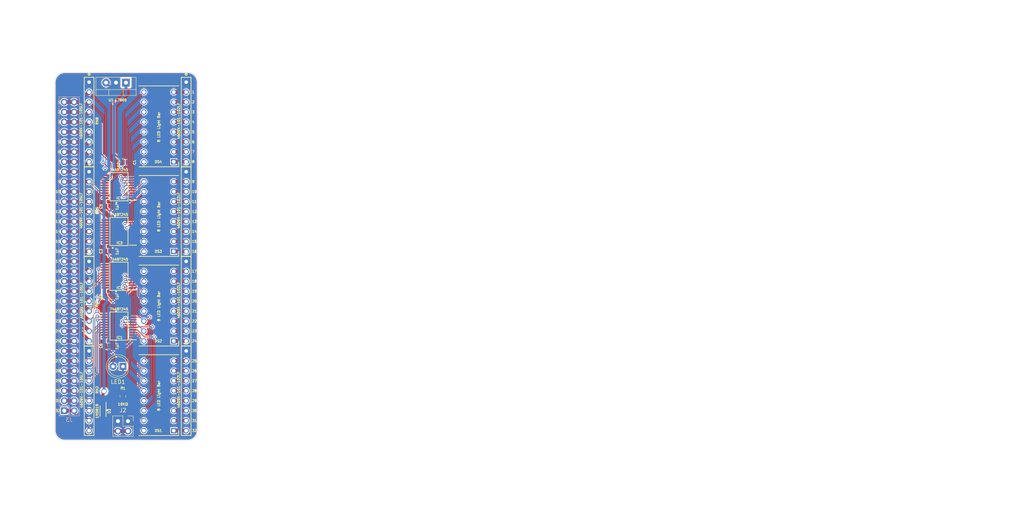
<source format=kicad_pcb>
(kicad_pcb (version 20221018) (generator pcbnew)
  (title_block (title "Signal Tester Left") (date "2024-01-28") (rev "V0"))
  (layers (0 "F.Cu" signal) (31 "B.Cu" signal) (36 "B.SilkS" user "B.Silkscreen") (37 "F.SilkS" user "F.Silkscreen") (38 "B.Mask" user) (39 "F.Mask" user) (44 "Edge.Cuts" user))
  (net 0 "")
  (net 1 "/5V")
  (net 2 "/GND")
  (net 3 "Net-(LED1-K)")
  (net 4 "Net-(DS1-ANODE_A)")
  (net 5 "Net-(DS1-ANODE_B)")
  (net 6 "Net-(DS1-ANODE_C)")
  (net 7 "Net-(DS1-ANODE_D)")
  (net 8 "Net-(DS1-ANODE_E)")
  (net 9 "Net-(DS1-ANODE_F)")
  (net 10 "Net-(DS1-ANODE_G)")
  (net 11 "Net-(DS1-ANODE_H)")
  (net 12 "Net-(DS1-CATHODE_H)")
  (net 13 "Net-(DS1-CATHODE_G)")
  (net 14 "Net-(DS1-CATHODE_F)")
  (net 15 "Net-(DS1-CATHODE_E)")
  (net 16 "Net-(DS1-CATHODE_D)")
  (net 17 "Net-(DS1-CATHODE_C)")
  (net 18 "Net-(DS1-CATHODE_B)")
  (net 19 "Net-(DS1-CATHODE_A)")
  (net 20 "Net-(DS2-ANODE_A)")
  (net 21 "Net-(DS2-ANODE_B)")
  (net 22 "Net-(DS2-ANODE_C)")
  (net 23 "Net-(DS2-ANODE_D)")
  (net 24 "Net-(DS2-ANODE_E)")
  (net 25 "Net-(DS2-ANODE_F)")
  (net 26 "Net-(DS2-ANODE_G)")
  (net 27 "Net-(DS2-ANODE_H)")
  (net 28 "Net-(DS2-CATHODE_H)")
  (net 29 "Net-(DS2-CATHODE_G)")
  (net 30 "Net-(DS2-CATHODE_F)")
  (net 31 "Net-(DS2-CATHODE_E)")
  (net 32 "Net-(DS2-CATHODE_D)")
  (net 33 "Net-(DS2-CATHODE_C)")
  (net 34 "Net-(DS2-CATHODE_B)")
  (net 35 "Net-(DS2-CATHODE_A)")
  (net 36 "Net-(DS3-ANODE_A)")
  (net 37 "Net-(DS3-ANODE_B)")
  (net 38 "Net-(DS3-ANODE_C)")
  (net 39 "Net-(DS3-ANODE_D)")
  (net 40 "Net-(DS3-ANODE_E)")
  (net 41 "Net-(DS3-ANODE_F)")
  (net 42 "Net-(DS3-ANODE_G)")
  (net 43 "Net-(DS3-ANODE_H)")
  (net 44 "Net-(DS3-CATHODE_H)")
  (net 45 "Net-(DS3-CATHODE_G)")
  (net 46 "Net-(DS3-CATHODE_F)")
  (net 47 "Net-(DS3-CATHODE_E)")
  (net 48 "Net-(DS3-CATHODE_D)")
  (net 49 "Net-(DS3-CATHODE_C)")
  (net 50 "Net-(DS3-CATHODE_B)")
  (net 51 "Net-(DS3-CATHODE_A)")
  (net 52 "Net-(DS4-ANODE_A)")
  (net 53 "Net-(DS4-ANODE_B)")
  (net 54 "Net-(DS4-ANODE_C)")
  (net 55 "Net-(DS4-ANODE_D)")
  (net 56 "Net-(DS4-ANODE_E)")
  (net 57 "Net-(DS4-ANODE_F)")
  (net 58 "Net-(DS4-ANODE_G)")
  (net 59 "Net-(DS4-ANODE_H)")
  (net 60 "Net-(DS4-CATHODE_H)")
  (net 61 "Net-(DS4-CATHODE_G)")
  (net 62 "Net-(DS4-CATHODE_F)")
  (net 63 "Net-(DS4-CATHODE_E)")
  (net 64 "Net-(DS4-CATHODE_D)")
  (net 65 "Net-(DS4-CATHODE_C)")
  (net 66 "Net-(DS4-CATHODE_B)")
  (net 67 "Net-(DS4-CATHODE_A)")
  (net 68 "/D0")
  (net 69 "/D1")
  (net 70 "/D2")
  (net 71 "/D3")
  (net 72 "/D4")
  (net 73 "/D5")
  (net 74 "/D6")
  (net 75 "/D7")
  (net 76 "/D8")
  (net 77 "/D9")
  (net 78 "/D10")
  (net 79 "/D11")
  (net 80 "/D12")
  (net 81 "/D13")
  (net 82 "/D14")
  (net 83 "/D15")
  (net 84 "/D16")
  (net 85 "/D17")
  (net 86 "/D18")
  (net 87 "/D19")
  (net 88 "/D20")
  (net 89 "/D21")
  (net 90 "/D22")
  (net 91 "/D23")
  (net 92 "/D24")
  (net 93 "/D25")
  (net 94 "/D26")
  (net 95 "/D27")
  (net 96 "/D28")
  (net 97 "/D29")
  (net 98 "/D30")
  (net 99 "/D31")
  (net 100 "Net-(J2-Pin_3)")
  (net 101 "/12V Forward")
  (footprint "SamacSys_Parts:SOP65P780X200-20N" (layer "F.Cu") (at 44.45 92.71 180)
    (fp_text reference "IC2")
    (fp_text value "SN74ABT245BDBR" hide)
  )
  (footprint "SamacSys_Parts:R_0805" (layer "F.Cu") (at 45.465999 123.317)
    (fp_text reference "R1")
    (fp_text value "10KΩ")
  )
  (footprint "SamacSys_Parts:C_0805" (layer "F.Cu") (at 41.91 74.93 90)
    (fp_text reference "C5")
    (fp_text value "1μF")
  )
  (footprint "SamacSys_Parts:DIP8LEDBAR" (layer "F.Cu") (at 58.42 109.22 180)
    (fp_text reference "DS2")
    (fp_text value "8 LED Light Bar")
  )
  (footprint "SamacSys_Parts:TO-220-3_Vertical" (layer "F.Cu") (at 46.228 43.307 180)
    (fp_text reference "U1")
    (fp_text value "L7805")
  )
  (footprint "SamacSys_Parts:4609X" (layer "F.Cu") (at 36.83 53.34 -90)
    (fp_text reference "RN8")
    (fp_text value "4609X-101-105LF")
  )
  (footprint "SamacSys_Parts:SOP65P780X200-20N" (layer "F.Cu") (at 44.45 105.41 180)
    (fp_text reference "IC1")
    (fp_text value "SN74ABT245BDBR" hide)
  )
  (footprint "SamacSys_Parts:4609X" (layer "F.Cu") (at 61.595 76.2 -90)
    (fp_text reference "RN5" hide)
    (fp_text value "4609X-101-102LF")
  )
  (footprint "SamacSys_Parts:SOD3716X145N" (layer "F.Cu") (at 40.386 127.127001 -90)
    (fp_text reference "D3")
    (fp_text value "1N5819HW-7-F" hide)
  )
  (footprint "SamacSys_Parts:4609X" (layer "F.Cu") (at 61.595 121.92 -90)
    (fp_text reference "RN1" hide)
    (fp_text value "4609X-101-102LF")
  )
  (footprint "SamacSys_Parts:DIP8LEDBAR" (layer "F.Cu") (at 58.42 86.359999 180)
    (fp_text reference "DS3")
    (fp_text value "8 LED Light Bar")
  )
  (footprint "SamacSys_Parts:C_0805" (layer "F.Cu") (at 41.91 110.49 90)
    (fp_text reference "C6")
    (fp_text value "1μF")
  )
  (footprint "Connector_PinSocket_2.54mm:PinSocket_2x02_P2.54mm_Vertical" (layer "F.Cu") (at 46.736 129.667002)
    (fp_text reference "J2")
    (fp_text value "Conn_02x02_Odd_Even")
  )
  (footprint "SamacSys_Parts:SOP65P780X200-20N" (layer "F.Cu") (at 44.449999 81.28 180)
    (fp_text reference "IC3")
    (fp_text value "SN74ABT245BDBR" hide)
  )
  (footprint "SamacSys_Parts:SOP65P780X200-20N" (layer "F.Cu") (at 44.45 69.85 180)
    (fp_text reference "IC4")
    (fp_text value "SN74ABT245BDBR" hide)
  )
  (footprint "SamacSys_Parts:C_0805" (layer "F.Cu") (at 41.91 86.36 90)
    (fp_text reference "C3")
    (fp_text value "1μF")
  )
  (footprint "SamacSys_Parts:DIP8LEDBAR" (layer "F.Cu") (at 58.42 63.499999 180)
    (fp_text reference "DS4")
    (fp_text value "8 LED Light Bar")
  )
  (footprint "SamacSys_Parts:C_0805" (layer "F.Cu") (at 41.91 97.79 90)
    (fp_text reference "C4")
    (fp_text value "1μF")
  )
  (footprint "SamacSys_Parts:DIP8LEDBAR" (layer "F.Cu") (at 58.42 132.08 180)
    (fp_text reference "DS1")
    (fp_text value "8 LED Light Bar")
  )
  (footprint "SamacSys_Parts:4609X" (layer "F.Cu") (at 36.83 99.06 -90)
    (fp_text reference "RN4")
    (fp_text value "4609X-101-105LF")
  )
  (footprint "SamacSys_Parts:4609X" (layer "F.Cu") (at 36.83 121.92 -90)
    (fp_text reference "RN2")
    (fp_text value "4609X-101-105LF")
  )
  (footprint "LED_THT:LED_D5.0mm" (layer "F.Cu") (at 45.470999 115.697001 180)
    (fp_text reference "LED1")
    (fp_text value "LED_Small_Filled")
  )
  (footprint "SamacSys_Parts:4609X" (layer "F.Cu") (at 61.595 99.06 -90)
    (fp_text reference "RN3" hide)
    (fp_text value "4609X-101-102LF")
  )
  (footprint "SamacSys_Parts:4609X" (layer "F.Cu") (at 61.595 53.34 -90)
    (fp_text reference "RN7" hide)
    (fp_text value "4609X-101-102LF")
  )
  (footprint "SamacSys_Parts:4609X" (layer "F.Cu") (at 36.83 76.2 -90)
    (fp_text reference "RN6")
    (fp_text value "4609X-101-105LF")
  )
  (footprint "SamacSys_Parts:C_0805" (layer "F.Cu") (at 46.355 63.627 -90)
    (fp_text reference "C1")
    (fp_text value "10µF")
  )
  (footprint "Connector_PinHeader_2.54mm:PinHeader_2x32_P2.54mm_Vertical" (layer "B.Cu") (at 30.48 127)
    (fp_text reference "J3")
    (fp_text value "Conn_02x32_Odd_Even")
  )
  (gr_arc (start 61.975999 40.639999) (mid 63.772051 41.383948) (end 64.516 43.18) (stroke (width 0.1)) (layer "Edge.Cuts"))
  (gr_arc (start 28.067 43.18) (mid 28.810937 41.383937) (end 30.607 40.64) (stroke (width 0.1)) (layer "Edge.Cuts"))
  (gr_arc (start 30.607 134.62) (mid 28.810978 133.876022) (end 28.067 132.079999) (stroke (width 0.1)) (layer "Edge.Cuts"))
  (gr_arc (start 64.516 132.079999) (mid 63.772051 133.876052) (end 61.975999 134.62) (stroke (width 0.1)) (layer "Edge.Cuts"))
  (gr_line (start 30.607 134.62) (end 61.975999 134.62) (stroke (width 0.1)) (layer "Edge.Cuts"))
  (gr_line (start 64.516 132.079999) (end 64.516 43.18) (stroke (width 0.1)) (layer "Edge.Cuts"))
  (gr_line (start 30.607 40.64) (end 61.975999 40.639999) (stroke (width 0.1)) (layer "Edge.Cuts"))
  (gr_line (start 28.067 132.079999) (end 28.067 43.18) (stroke (width 0.1)) (layer "Edge.Cuts"))
  (gr_text "24" (at 29.591 106.68) (layer "F.SilkS") (effects (font (size 0.635 0.635)) (justify right)))
  (gr_text "17" (at 62.992 91.44) (layer "F.SilkS") (effects (font (size 0.635 0.635)) (justify left)))
  (gr_text "20" (at 29.591 96.52) (layer "F.SilkS") (effects (font (size 0.635 0.635)) (justify right)))
  (gr_text "1" (at 29.591 48.26) (layer "F.SilkS") (effects (font (size 0.635 0.635)) (justify right)))
  (gr_text "8" (at 29.591 66.04) (layer "F.SilkS") (effects (font (size 0.635 0.635)) (justify right)))
  (gr_text "15" (at 62.992 83.82) (layer "F.SilkS") (effects (font (size 0.635 0.635)) (justify left)))
  (gr_text "16" (at 29.591 86.36) (layer "F.SilkS") (effects (font (size 0.635 0.635)) (justify right)))
  (gr_text "3" (at 29.591 53.34) (layer "F.SilkS") (effects (font (size 0.635 0.635)) (justify right)))
  (gr_text "32" (at 29.591 127) (layer "F.SilkS") (effects (font (size 0.635 0.635)) (justify right)))
  (gr_text "21" (at 29.591 99.06) (layer "F.SilkS") (effects (font (size 0.635 0.635)) (justify right)))
  (gr_text "7" (at 62.992 60.96) (layer "F.SilkS") (effects (font (size 0.635 0.635)) (justify left)))
  (gr_text "31" (at 62.992 129.54) (layer "F.SilkS") (effects (font (size 0.635 0.635)) (justify left)))
  (gr_text "24" (at 62.992 109.22) (layer "F.SilkS") (effects (font (size 0.635 0.635)) (justify left)))
  (gr_text "11" (at 29.591 73.66) (layer "F.SilkS") (effects (font (size 0.635 0.635)) (justify right)))
  (gr_text "2" (at 29.591 50.8) (layer "F.SilkS") (effects (font (size 0.635 0.635)) (justify right)))
  (gr_text "26" (at 62.992 116.84) (layer "F.SilkS") (effects (font (size 0.635 0.635)) (justify left)))
  (gr_text "15" (at 29.591 83.82) (layer "F.SilkS") (effects (font (size 0.635 0.635)) (justify right)))
  (gr_text "12" (at 29.591 76.2) (layer "F.SilkS") (effects (font (size 0.635 0.635)) (justify right)))
  (gr_text "23" (at 62.992 106.68) (layer "F.SilkS") (effects (font (size 0.635 0.635)) (justify left)))
  (gr_text "25" (at 62.992 114.3) (layer "F.SilkS") (effects (font (size 0.635 0.635)) (justify left)))
  (gr_text "10" (at 29.591 71.12) (layer "F.SilkS") (effects (font (size 0.635 0.635)) (justify right)))
  (gr_text "16" (at 62.992 86.36) (layer "F.SilkS") (effects (font (size 0.635 0.635)) (justify left)))
  (gr_text "10" (at 62.992 71.12) (layer "F.SilkS") (effects (font (size 0.635 0.635)) (justify left)))
  (gr_text "13" (at 62.992 78.74) (layer "F.SilkS") (effects (font (size 0.635 0.635)) (justify left)))
  (gr_text "9" (at 62.992 68.58) (layer "F.SilkS") (effects (font (size 0.635 0.635)) (justify left)))
  (gr_text "1" (at 62.992 45.72) (layer "F.SilkS") (effects (font (size 0.635 0.635)) (justify left)))
  (gr_text "13" (at 29.591 78.74) (layer "F.SilkS") (effects (font (size 0.635 0.635)) (justify right)))
  (gr_text "21" (at 62.992 101.6) (layer "F.SilkS") (effects (font (size 0.635 0.635)) (justify left)))
  (gr_text "23" (at 29.591 104.14) (layer "F.SilkS") (effects (font (size 0.635 0.635)) (justify right)))
  (gr_text "28" (at 62.992 121.92) (layer "F.SilkS") (effects (font (size 0.635 0.635)) (justify left)))
  (gr_text "2" (at 62.992 48.26) (layer "F.SilkS") (effects (font (size 0.635 0.635)) (justify left)))
  (gr_text "7" (at 29.591 63.5) (layer "F.SilkS") (effects (font (size 0.635 0.635)) (justify right)))
  (gr_text "22" (at 62.992 104.14) (layer "F.SilkS") (effects (font (size 0.635 0.635)) (justify left)))
  (gr_text "9" (at 29.591 68.58) (layer "F.SilkS") (effects (font (size 0.635 0.635)) (justify right)))
  (gr_text "14" (at 29.591 81.28) (layer "F.SilkS") (effects (font (size 0.635 0.635)) (justify right)))
  (gr_text "27" (at 29.591 114.3) (layer "F.SilkS") (effects (font (size 0.635 0.635)) (justify right)))
  (gr_text "4" (at 62.992 53.34) (layer "F.SilkS") (effects (font (size 0.635 0.635)) (justify left)))
  (gr_text "32" (at 62.992 132.08) (layer "F.SilkS") (effects (font (size 0.635 0.635)) (justify left)))
  (gr_text "26" (at 29.591 111.76) (layer "F.SilkS") (effects (font (size 0.635 0.635)) (justify right)))
  (gr_text "14" (at 62.992 81.28) (layer "F.SilkS") (effects (font (size 0.635 0.635)) (justify left)))
  (gr_text "27" (at 62.992 119.38) (layer "F.SilkS") (effects (font (size 0.635 0.635)) (justify left)))
  (gr_text "19" (at 29.591 93.98) (layer "F.SilkS") (effects (font (size 0.635 0.635)) (justify right)))
  (gr_text "30" (at 29.591 121.92) (layer "F.SilkS") (effects (font (size 0.635 0.635)) (justify right)))
  (gr_text "8" (at 62.992 63.5) (layer "F.SilkS") (effects (font (size 0.635 0.635)) (justify left)))
  (gr_text "18" (at 29.591 91.44) (layer "F.SilkS") (effects (font (size 0.635 0.635)) (justify right)))
  (gr_text "12" (at 62.992 76.2) (layer "F.SilkS") (effects (font (size 0.635 0.635)) (justify left)))
  (gr_text "31" (at 29.591 124.46) (layer "F.SilkS") (effects (font (size 0.635 0.635)) (justify right)))
  (gr_text "4" (at 29.591 55.88) (layer "F.SilkS") (effects (font (size 0.635 0.635)) (justify right)))
  (gr_text "5" (at 29.591 58.42) (layer "F.SilkS") (effects (font (size 0.635 0.635)) (justify right)))
  (gr_text "28" (at 29.591 116.84) (layer "F.SilkS") (effects (font (size 0.635 0.635)) (justify right)))
  (gr_text "5" (at 62.992 55.88) (layer "F.SilkS") (effects (font (size 0.635 0.635)) (justify left)))
  (gr_text "29" (at 29.591 119.38) (layer "F.SilkS") (effects (font (size 0.635 0.635)) (justify right)))
  (gr_text "30" (at 62.992 127) (layer "F.SilkS") (effects (font (size 0.635 0.635)) (justify left)))
  (gr_text "17" (at 29.591 88.9) (layer "F.SilkS") (effects (font (size 0.635 0.635)) (justify right)))
  (gr_text "20" (at 62.992 99.06) (layer "F.SilkS") (effects (font (size 0.635 0.635)) (justify left)))
  (gr_text "6" (at 29.591 60.96) (layer "F.SilkS") (effects (font (size 0.635 0.635)) (justify right)))
  (gr_text "6" (at 62.992 58.42) (layer "F.SilkS") (effects (font (size 0.635 0.635)) (justify left)))
  (gr_text "25" (at 29.591 109.22) (layer "F.SilkS") (effects (font (size 0.635 0.635)) (justify right)))
  (gr_text "3" (at 62.992 50.8) (layer "F.SilkS") (effects (font (size 0.635 0.635)) (justify left)))
  (gr_text "18" (at 62.992 93.98) (layer "F.SilkS") (effects (font (size 0.635 0.635)) (justify left)))
  (gr_text "29" (at 62.992 124.46) (layer "F.SilkS") (effects (font (size 0.635 0.635)) (justify left)))
  (gr_text "19" (at 62.992 96.52) (layer "F.SilkS") (effects (font (size 0.635 0.635)) (justify left)))
  (gr_text "22" (at 29.591 101.6) (layer "F.SilkS") (effects (font (size 0.635 0.635)) (justify right)))
  (gr_text "11" (at 62.992 73.66) (layer "F.SilkS") (effects (font (size 0.635 0.635)) (justify left)))
  (segment (start 40.898 72.775) (end 40.898 74.885999) (width 0.38) (layer "F.Cu") (net 1))
  (segment (start 45.421 63.627) (end 44.944994 64.103006) (width 0.38) (layer "F.Cu") (net 1))
  (segment (start 42.341 76.327) (end 42.418 76.327) (width 0.38) (layer "F.Cu") (net 1))
  (segment (start 40.963502 95.635) (end 40.963502 97.539599) (width 0.38) (layer "F.Cu") (net 1))
  (segment (start 44.702 87.503) (end 42.04 87.503) (width 0.38) (layer "F.Cu") (net 1))
  (segment (start 44.944994 64.103006) (end 44.944994 64.642996) (width 0.38) (layer "F.Cu") (net 1))
  (segment (start 40.898 84.204999) (end 40.898 86.361) (width 0.38) (layer "F.Cu") (net 1))
  (segment (start 42.610903 99.187) (end 42.926 99.187) (width 0.38) (layer "F.Cu") (net 1))
  (segment (start 48 72.774999) (end 44.447999 76.327) (width 0.38) (layer "F.Cu") (net 1))
  (segment (start 45.421 63.627) (end 43.18 61.386) (width 0.38) (layer "F.Cu") (net 1))
  (segment (start 42.595 112.141) (end 42.925998 112.141) (width 0.38) (layer "F.Cu") (net 1))
  (segment (start 44.447999 99.187) (end 42.926 99.187) (width 0.38) (layer "F.Cu") (net 1))
  (segment (start 40.898 86.361) (end 42.04 87.503) (width 0.38) (layer "F.Cu") (net 1))
  (segment (start 44.799 112.141) (end 42.925998 112.141) (width 0.38) (layer "F.Cu") (net 1))
  (segment (start 48 84.205) (end 44.702 87.503) (width 0.38) (layer "F.Cu") (net 1))
  (segment (start 40.9 110.446) (end 40.899999 108.334999) (width 0.38) (layer "F.Cu") (net 1))
  (segment (start 44.447999 76.327) (end 42.418 76.327) (width 0.38) (layer "F.Cu") (net 1))
  (segment (start 48 108.94) (end 44.799 112.141) (width 0.38) (layer "F.Cu") (net 1))
  (segment (start 48 108.335) (end 48 108.94) (width 0.38) (layer "F.Cu") (net 1))
  (segment (start 40.963502 97.539599) (end 42.610903 99.187) (width 0.38) (layer "F.Cu") (net 1))
  (segment (start 43.18 45.339) (end 41.148 43.307) (width 0.38) (layer "F.Cu") (net 1))
  (segment (start 40.944 110.49) (end 42.595 112.141) (width 0.38) (layer "F.Cu") (net 1))
  (segment (start 43.18 61.386) (end 43.18 45.339) (width 0.38) (layer "F.Cu") (net 1))
  (segment (start 40.944 74.93) (end 42.341 76.327) (width 0.38) (layer "F.Cu") (net 1))
  (segment (start 48 95.634999) (end 44.447999 99.187) (width 0.38) (layer "F.Cu") (net 1))
  (via (at 42.925998 112.141) (size 0.8) (drill 0.4) (layers "F.Cu" "B.Cu") (net 1))
  (via (at 42.418 76.327) (size 0.8) (drill 0.4) (layers "F.Cu" "B.Cu") (net 1))
  (via (at 42.04 87.503) (size 0.8) (drill 0.4) (layers "F.Cu" "B.Cu") (net 1))
  (via (at 44.944994 64.642996) (size 0.8) (drill 0.4) (layers "F.Cu" "B.Cu") (net 1))
  (via (at 42.926 99.187) (size 0.8) (drill 0.4) (layers "F.Cu" "B.Cu") (net 1))
  (segment (start 42.930999 115.697001) (end 42.930999 112.146001) (width 0.38) (layer "B.Cu") (net 1))
  (segment (start 42.926 112.140998) (end 42.925998 112.141) (width 0.38) (layer "B.Cu") (net 1))
  (segment (start 44.944994 65.926006) (end 44.944994 64.642996) (width 0.38) (layer "B.Cu") (net 1))
  (segment (start 41.91 76.835) (end 41.91 87.373) (width 0.38) (layer "B.Cu") (net 1))
  (segment (start 42.418 76.327) (end 42.418 68.453) (width 0.38) (layer "B.Cu") (net 1))
  (segment (start 42.926 99.187) (end 42.926 98.044) (width 0.38) (layer "B.Cu") (net 1))
  (segment (start 42.04 97.158) (end 42.04 87.503) (width 0.38) (layer "B.Cu") (net 1))
  (segment (start 42.418 76.327) (end 41.91 76.835) (width 0.38) (layer "B.Cu") (net 1))
  (segment (start 41.91 87.373) (end 42.04 87.503) (width 0.38) (layer "B.Cu") (net 1))
  (segment (start 42.926 99.187) (end 42.926 112.140998) (width 0.38) (layer "B.Cu") (net 1))
  (segment (start 42.926 98.044) (end 42.04 97.158) (width 0.38) (layer "B.Cu") (net 1))
  (segment (start 42.930999 112.146001) (end 42.925998 112.141) (width 0.38) (layer "B.Cu") (net 1))
  (segment (start 42.418 68.453) (end 44.944994 65.926006) (width 0.38) (layer "B.Cu") (net 1))
  (segment (start 48 66.925) (end 47.496 66.421) (width 0.38) (layer "F.Cu") (net 2))
  (segment (start 42.843999 95.724922) (end 43.716 96.596923) (width 0.38) (layer "F.Cu") (net 2))
  (segment (start 42.844 108.221) (end 43.716 109.093) (width 0.38) (layer "F.Cu") (net 2))
  (segment (start 42.844 107.696) (end 42.843999 103.205999) (width 0.38) (layer "F.Cu") (net 2))
  (segment (start 42.844 107.696) (end 42.844 108.221) (width 0.38) (layer "F.Cu") (net 2))
  (segment (start 41.402 126.873006) (end 42.418 125.857006) (width 0.38) (layer "F.Cu") (net 2))
  (segment (start 42.418 118.379001) (end 41.640999 117.602) (width 0.38) (layer "F.Cu") (net 2))
  (segment (start 42.833 72.125) (end 42.843999 72.136) (width 0.38) (layer "F.Cu") (net 2))
  (segment (start 40.9 72.125) (end 42.833 72.125) (width 0.38) (layer "F.Cu") (net 2))
  (segment (start 42.844 90.887) (end 43.946 89.785) (width 0.38) (layer "F.Cu") (net 2))
  (segment (start 43.946 89.785) (end 48 89.785) (width 0.38) (layer "F.Cu") (net 2))
  (segment (start 40.9 107.685) (end 42.833 107.685) (width 0.38) (layer "F.Cu") (net 2))
  (segment (start 43.434 77.716) (end 43.434 77.343) (width 0.38) (layer "F.Cu") (net 2))
  (segment (start 44.073 78.355) (end 48 78.355) (width 0.38) (layer "F.Cu") (net 2))
  (segment (start 40.9 94.985) (end 42.833 94.985) (width 0.38) (layer "F.Cu") (net 2))
  (segment (start 44.686178 66.421) (end 44.58575 66.521428) (width 0.38) (layer "F.Cu") (net 2))
  (segment (start 47.496 66.421) (end 44.686178 66.421) (width 0.38) (layer "F.Cu") (net 2))
  (segment (start 42.844 79.584) (end 44.073 78.355) (width 0.38) (layer "F.Cu") (net 2))
  (segment (start 45.455999 124.2295) (end 46.736 125.509501) (width 0.38) (layer "F.Cu") (net 2))
  (segment (start 44.108805 66.984199) (end 44.108805 66.998373) (width 0.38) (layer "F.Cu") (net 2))
  (segment (start 43.519664 113.284) (end 43.720999 113.284) (width 0.38) (layer "F.Cu") (net 2))
  (segment (start 42.843999 85.471) (end 42.844 83.566) (width 0.38) (layer "F.Cu") (net 2))
  (segment (start 43.564999 102.484999) (end 48 102.485) (width 0.38) (layer "F.Cu") (net 2))
  (segment (start 42.844 97.468923) (end 43.716 96.596923) (width 0.38) (layer "F.Cu") (net 2))
  (segment (start 41.640999 115.162665) (end 43.519664 113.284) (width 0.38) (layer "F.Cu") (net 2))
  (segment (start 42.844 86.359999) (end 42.843999 85.471) (width 0.38) (layer "F.Cu") (net 2))
  (segment (start 44.571576 66.521428) (end 44.108805 66.984199) (width 0.38) (layer "F.Cu") (net 2))
  (segment (start 42.833 94.985) (end 42.843999 94.996) (width 0.38) (layer "F.Cu") (net 2))
  (segment (start 42.843999 94.996) (end 42.843999 95.724922) (width 0.38) (layer "F.Cu") (net 2))
  (segment (start 43.061 88.9) (end 42.843999 88.9) (width 0.38) (layer "F.Cu") (net 2))
  (segment (start 42.843999 94.996) (end 42.844 90.887) (width 0.38) (layer "F.Cu") (net 2))
  (segment (start 42.844 110.49) (end 45.389 110.49) (width 0.38) (layer "F.Cu") (net 2))
  (segment (start 44.108805 66.998373) (end 42.844 68.263178) (width 0.38) (layer "F.Cu") (net 2))
  (segment (start 40.899999 83.554999) (end 42.833 83.555) (width 0.38) (layer "F.Cu") (net 2))
  (segment (start 42.843999 72.942998) (end 43.815 73.913999) (width 0.38) (layer "F.Cu") (net 2))
  (segment (start 42.844 83.566) (end 42.844 79.584) (width 0.38) (layer "F.Cu") (net 2))
  (segment (start 42.843999 103.205999) (end 43.564999 102.484999) (width 0.38) (layer "F.Cu") (net 2))
  (segment (start 42.833 107.685) (end 42.844 107.696) (width 0.38) (layer "F.Cu") (net 2))
  (segment (start 43.946 89.785) (end 43.061 88.9) (width 0.38) (layer "F.Cu") (net 2))
  (segment (start 42.843999 72.136) (end 42.843999 72.942998) (width 0.38) (layer "F.Cu") (net 2))
  (segment (start 46.736 125.509501) (end 46.736 129.667002) (width 0.38) (layer "F.Cu") (net 2))
  (segment (start 42.418 125.857006) (end 42.418 118.379001) (width 0.38) (layer "F.Cu") (net 2))
  (segment (start 43.564999 102.484999) (end 43.564999 101.787299) (width 0.38) (layer "F.Cu") (net 2))
  (segment (start 42.844 68.263178) (end 42.843999 72.136) (width 0.38) (layer "F.Cu") (net 2))
  (segment (start 44.58575 66.521428) (end 44.571576 66.521428) (width 0.38) (layer "F.Cu") (net 2))
  (segment (start 41.640999 117.602) (end 41.640999 115.162665) (width 0.38) (layer "F.Cu") (net 2))
  (segment (start 44.073 78.355) (end 43.434 77.716) (width 0.38) (layer "F.Cu") (net 2))
  (segment (start 42.844 74.884999) (end 43.815 73.913999) (width 0.38) (layer "F.Cu") (net 2))
  (segment (start 42.833 83.555) (end 42.844 83.566) (width 0.38) (layer "F.Cu") (net 2))
  (segment (start 46.736 129.667002) (end 44.196001 129.667001) (width 1) (layer "F.Cu") (net 2))
  (segment (start 43.564999 101.787299) (end 43.716 101.636298) (width 0.38) (layer "F.Cu") (net 2))
  (segment (start 42.844 109.965) (end 43.716 109.093) (width 0.38) (layer "F.Cu") (net 2))
  (via (at 42.843999 85.471) (size 0.8) (drill 0.4) (layers "F.Cu" "B.Cu") (net 2))
  (via (at 42.843999 88.9) (size 0.8) (drill 0.4) (layers "F.Cu" "B.Cu") (net 2))
  (via (at 43.815 73.913999) (size 0.8) (drill 0.4) (layers "F.Cu" "B.Cu") (net 2))
  (via (at 43.720999 113.284) (size 0.8) (drill 0.4) (layers "F.Cu" "B.Cu") (net 2))
  (via (at 43.716 96.596923) (size 0.8) (drill 0.4) (layers "F.Cu" "B.Cu") (net 2))
  (via (at 43.716 101.636298) (size 0.8) (drill 0.4) (layers "F.Cu" "B.Cu") (net 2))
  (via (at 41.402 126.873006) (size 0.8) (drill 0.4) (layers "F.Cu" "B.Cu") (net 2))
  (via (at 43.716 109.093) (size 0.8) (drill 0.4) (layers "F.Cu" "B.Cu") (net 2))
  (via (at 43.434 77.343) (size 0.8) (drill 0.4) (layers "F.Cu" "B.Cu") (net 2))
  (segment (start 43.716 109.093) (end 43.97 109.347) (width 0.38) (layer "B.Cu") (net 2))
  (segment (start 42.843999 85.471) (end 42.843999 88.9) (width 0.38) (layer "B.Cu") (net 2))
  (segment (start 36.83 88.9) (end 34.671 91.059) (width 0.38) (layer "B.Cu") (net 2))
  (segment (start 35.34 87.41) (end 36.83 88.9) (width 0.38) (layer "B.Cu") (net 2))
  (segment (start 34.671 91.059) (end 34.671 109.601) (width 0.38) (layer "B.Cu") (net 2))
  (segment (start 36.83 66.040001) (end 35.34 67.530001) (width 0.38) (layer "B.Cu") (net 2))
  (segment (start 35.74 122.371493) (end 36.685507 123.316999) (width 0.38) (layer "B.Cu") (net 2))
  (segment (start 37.845994 123.317) (end 41.402 126.873006) (width 0.38) (layer "B.Cu") (net 2))
  (segment (start 42.843999 77.933001) (end 43.434 77.343) (width 0.38) (layer "B.Cu") (net 2))
  (segment (start 35.34 67.530001) (end 35.34 87.41) (width 0.38) (layer "B.Cu") (net 2))
  (segment (start 34.671 109.601) (end 36.83 111.76) (width 0.38) (layer "B.Cu") (net 2))
  (segment (start 43.434 77.343) (end 43.434 74.294999) (width 0.38) (layer "B.Cu") (net 2))
  (segment (start 43.434 74.294999) (end 43.815 73.913999) (width 0.38) (layer "B.Cu") (net 2))
  (segment (start 42.843999 85.471) (end 42.843999 77.933001) (width 0.38) (layer "B.Cu") (net 2))
  (segment (start 36.83 111.76) (end 35.739999 112.85) (width 0.38) (layer "B.Cu") (net 2))
  (segment (start 35.739999 112.85) (end 35.74 122.371493) (width 0.38) (layer "B.Cu") (net 2))
  (segment (start 43.716 96.596923) (end 43.716 101.636298) (width 0.38) (layer "B.Cu") (net 2))
  (segment (start 43.97 113.034999) (end 43.720999 113.284) (width 0.38) (layer "B.Cu") (net 2))
  (segment (start 43.97 109.347) (end 43.97 113.034999) (width 0.38) (layer "B.Cu") (net 2))
  (segment (start 36.685507 123.316999) (end 37.845994 123.317) (width 0.38) (layer "B.Cu") (net 2))
  (segment (start 45.470999 122.3895) (end 45.470999 115.697001) (width 0.38) (layer "F.Cu") (net 3))
  (segment (start 61.595 132.08) (end 58.42 132.08) (width 1) (layer "F.Cu") (net 4))
  (segment (start 61.595 129.539999) (end 58.42 129.539999) (width 1) (layer "F.Cu") (net 5))
  (segment (start 58.42 127) (end 61.595 127) (width 1) (layer "F.Cu") (net 6))
  (segment (start 61.595 124.46) (end 58.42 124.46) (width 1) (layer "F.Cu") (net 7))
  (segment (start 58.42 121.92) (end 61.595 121.92) (width 1) (layer "F.Cu") (net 8))
  (segment (start 61.595 119.379999) (end 58.42 119.379999) (width 1) (layer "F.Cu") (net 9))
  (segment (start 58.42 116.84) (end 61.595 116.84) (width 1) (layer "F.Cu") (net 10))
  (segment (start 58.42 114.3) (end 61.595 114.3) (width 1) (layer "F.Cu") (net 11))
  (segment (start 48 103.135) (end 52.2876 103.135) (width 0.2) (layer "F.Cu") (net 12))
  (segment (start 52.2876 103.135) (end 52.2986 103.124) (width 0.2) (layer "F.Cu") (net 12))
  (via (at 52.2986 103.124) (size 0.8) (drill 0.4) (layers "F.Cu" "B.Cu") (net 12))
  (segment (start 52.2986 103.124) (end 52.2986 112.8014) (width 0.2) (layer "B.Cu") (net 12))
  (segment (start 52.2986 112.8014) (end 50.8 114.299999) (width 0.2) (layer "B.Cu") (net 12))
  (segment (start 46.4572 103.785) (end 46.101 103.4288) (width 0.2) (layer "F.Cu") (net 13))
  (segment (start 47.999999 103.785) (end 46.4572 103.785) (width 0.2) (layer "F.Cu") (net 13))
  (via (at 46.101 103.4288) (size 0.8) (drill 0.4) (layers "F.Cu" "B.Cu") (net 13))
  (segment (start 46.101 103.4288) (end 47.536 104.8638) (width 0.2) (layer "B.Cu") (net 13))
  (segment (start 47.536 104.8638) (end 47.536 113.576) (width 0.2) (layer "B.Cu") (net 13))
  (segment (start 47.536 113.576) (end 50.8 116.84) (width 0.2) (layer "B.Cu") (net 13))
  (segment (start 48 104.435) (end 45.684799 104.435) (width 0.2) (layer "F.Cu") (net 14))
  (segment (start 45.684799 104.435) (end 45.389799 104.14) (width 0.2) (layer "F.Cu") (net 14))
  (via (at 45.389799 104.14) (size 0.8) (drill 0.4) (layers "F.Cu" "B.Cu") (net 14))
  (segment (start 47.136 105.886201) (end 45.389799 104.14) (width 0.2) (layer "B.Cu") (net 14))
  (segment (start 47.136 115.716) (end 47.136 105.886201) (width 0.2) (layer "B.Cu") (net 14))
  (segment (start 50.8 119.38) (end 47.136 115.716) (width 0.2) (layer "B.Cu") (net 14))
  (segment (start 45.3592 105.085) (end 45.2882 105.156) (width 0.2) (layer "F.Cu") (net 15))
  (segment (start 48 105.084999) (end 45.3592 105.085) (width 0.2) (layer "F.Cu") (net 15))
  (via (at 45.2882 105.156) (size 0.8) (drill 0.4) (layers "F.Cu" "B.Cu") (net 15))
  (segment (start 50.8 121.92) (end 46.736 117.856) (width 0.2) (layer "B.Cu") (net 15))
  (segment (start 46.736 106.6038) (end 45.2882 105.156) (width 0.2) (layer "B.Cu") (net 15))
  (segment (start 46.736 117.856) (end 46.736 106.6038) (width 0.2) (layer "B.Cu") (net 15))
  (segment (start 48 105.735) (end 49.099999 105.734999) (width 0.2) (layer "F.Cu") (net 16))
  (segment (start 49.099999 105.734999) (end 49.230704 105.604294) (width 0.2) (layer "F.Cu") (net 16))
  (segment (start 49.230704 105.604294) (end 52.9986 105.604294) (width 0.2) (layer "F.Cu") (net 16))
  (via (at 52.9986 105.604294) (size 0.8) (drill 0.4) (layers "F.Cu" "B.Cu") (net 16))
  (segment (start 52.6986 105.904294) (end 52.9986 105.604294) (width 0.2) (layer "B.Cu") (net 16))
  (segment (start 50.799999 124.459999) (end 52.698599 122.561399) (width 0.2) (layer "B.Cu") (net 16))
  (segment (start 52.698599 122.561399) (end 52.6986 105.904294) (width 0.2) (layer "B.Cu") (net 16))
  (segment (start 50.935035 108.193893) (end 53.3986 108.193894) (width 0.2) (layer "F.Cu") (net 17))
  (segment (start 49.12614 106.384999) (end 50.935035 108.193893) (width 0.2) (layer "F.Cu") (net 17))
  (segment (start 48 106.384998) (end 49.12614 106.384999) (width 0.2) (layer "F.Cu") (net 17))
  (via (at 53.3986 108.193894) (size 0.8) (drill 0.4) (layers "F.Cu" "B.Cu") (net 17))
  (segment (start 53.3986 124.401399) (end 53.3986 108.193894) (width 0.2) (layer "B.Cu") (net 17))
  (segment (start 50.8 126.999999) (end 53.3986 124.401399) (width 0.2) (layer "B.Cu") (net 17))
  (segment (start 49.824999 128.565) (end 49.825 107.76) (width 0.2) (layer "F.Cu") (net 18))
  (segment (start 49.825 107.76) (end 49.1 107.035) (width 0.2) (layer "F.Cu") (net 18))
  (segment (start 49.1 107.035) (end 48 107.035) (width 0.2) (layer "F.Cu") (net 18))
  (segment (start 50.8 129.54) (end 49.824999 128.565) (width 0.2) (layer "F.Cu") (net 18))
  (segment (start 49.425 108.01) (end 49.425 130.705) (width 0.2) (layer "F.Cu") (net 19))
  (segment (start 49.099999 107.685) (end 49.425 108.01) (width 0.2) (layer "F.Cu") (net 19))
  (segment (start 48 107.685) (end 49.099999 107.685) (width 0.2) (layer "F.Cu") (net 19))
  (segment (start 49.425 130.705) (end 50.8 132.08) (width 0.2) (layer "F.Cu") (net 19))
  (segment (start 61.595 109.22) (end 58.42 109.22) (width 1) (layer "F.Cu") (net 20))
  (segment (start 58.42 106.679999) (end 61.595 106.679999) (width 1) (layer "F.Cu") (net 21))
  (segment (start 61.595 104.14) (end 58.42 104.14) (width 1) (layer "F.Cu") (net 22))
  (segment (start 61.595 101.6) (end 58.42 101.6) (width 1) (layer "F.Cu") (net 23))
  (segment (start 58.42 99.06) (end 61.595 99.06) (width 1) (layer "F.Cu") (net 24))
  (segment (start 61.595 96.519999) (end 58.42 96.519999) (width 1) (layer "F.Cu") (net 25))
  (segment (start 58.42 93.98) (end 61.595 93.98) (width 1) (layer "F.Cu") (net 26))
  (segment (start 61.595 91.44) (end 58.42 91.44) (width 1) (layer "F.Cu") (net 27))
  (segment (start 49.795 90.435) (end 50.8 91.439999) (width 0.2) (layer "F.Cu") (net 28))
  (segment (start 48 90.435) (end 49.795 90.435) (width 0.2) (layer "F.Cu") (net 28))
  (segment (start 48 91.084999) (end 49.015685 91.085) (width 0.2) (layer "F.Cu") (net 29))
  (segment (start 49.015685 91.085) (end 50.8 92.869315) (width 0.2) (layer "F.Cu") (net 29))
  (segment (start 50.8 92.869315) (end 50.799999 93.98) (width 0.2) (layer "F.Cu") (net 29))
  (segment (start 49.824999 95.545) (end 50.8 96.52) (width 0.2) (layer "F.Cu") (net 30))
  (segment (start 49.1 91.734999) (end 49.824999 92.459999) (width 0.2) (layer "F.Cu") (net 30))
  (segment (start 49.824999 92.459999) (end 49.824999 95.545) (width 0.2) (layer "F.Cu") (net 30))
  (segment (start 48 91.735) (end 49.1 91.734999) (width 0.2) (layer "F.Cu") (net 30))
  (segment (start 49.1 92.385) (end 49.425 92.71) (width 0.2) (layer "F.Cu") (net 31))
  (segment (start 47.999999 92.384999) (end 49.1 92.385) (width 0.2) (layer "F.Cu") (net 31))
  (segment (start 49.425 97.684999) (end 50.8 99.06) (width 0.2) (layer "F.Cu") (net 31))
  (segment (start 49.425 92.71) (end 49.425 97.684999) (width 0.2) (layer "F.Cu") (net 31))
  (segment (start 48 93.035) (end 46.9 93.035) (width 0.2) (layer "F.Cu") (net 32))
  (segment (start 46.321 92.455999) (end 45.974 92.455999) (width 0.2) (layer "F.Cu") (net 32))
  (segment (start 46.9 93.035) (end 46.321 92.455999) (width 0.2) (layer "F.Cu") (net 32))
  (via (at 45.974 92.455999) (size 0.8) (drill 0.4) (layers "F.Cu" "B.Cu") (net 32))
  (segment (start 49.276 95.758) (end 49.276 100.076) (width 0.2) (layer "B.Cu") (net 32))
  (segment (start 45.974 92.455999) (end 49.276 95.758) (width 0.2) (layer "B.Cu") (net 32))
  (segment (start 49.276 100.076) (end 50.799999 101.599999) (width 0.2) (layer "B.Cu") (net 32))
  (segment (start 48 93.685) (end 46.21305 93.685) (width 0.2) (layer "F.Cu") (net 33))
  (segment (start 46.21305 93.685) (end 46.050524 93.522475) (width 0.2) (layer "F.Cu") (net 33))
  (via (at 46.050524 93.522475) (size 0.8) (drill 0.4) (layers "F.Cu" "B.Cu") (net 33))
  (segment (start 48.876 96.34795) (end 46.050524 93.522475) (width 0.2) (layer "B.Cu") (net 33))
  (segment (start 50.8 104.139999) (end 48.876 102.215999) (width 0.2) (layer "B.Cu") (net 33))
  (segment (start 48.876 102.215999) (end 48.876 96.34795) (width 0.2) (layer "B.Cu") (net 33))
  (segment (start 48 94.334999) (end 45.872999 94.335) (width 0.2) (layer "F.Cu") (net 34))
  (segment (start 45.872999 94.335) (end 45.72 94.487999) (width 0.2) (layer "F.Cu") (net 34))
  (via (at 45.72 94.487999) (size 0.8) (drill 0.4) (layers "F.Cu" "B.Cu") (net 34))
  (segment (start 50.8 106.68) (end 48.475999 104.356) (width 0.2) (layer "B.Cu") (net 34))
  (segment (start 48.475999 104.356) (end 48.476 97.244) (width 0.2) (layer "B.Cu") (net 34))
  (segment (start 48.476 97.244) (end 45.72 94.487999) (width 0.2) (layer "B.Cu") (net 34))
  (segment (start 46.9 94.984999) (end 46.416974 95.468025) (width 0.2) (layer "F.Cu") (net 35))
  (segment (start 46.416974 95.468025) (end 45.521112 95.468025) (width 0.2) (layer "F.Cu") (net 35))
  (segment (start 48 94.985) (end 46.9 94.984999) (width 0.2) (layer "F.Cu") (net 35))
  (via (at 45.521112 95.468025) (size 0.8) (drill 0.4) (layers "F.Cu" "B.Cu") (net 35))
  (segment (start 48.006 97.952913) (end 45.521112 95.468025) (width 0.2) (layer "B.Cu") (net 35))
  (segment (start 48.006 106.426) (end 48.006 97.952913) (width 0.2) (layer "B.Cu") (net 35))
  (segment (start 50.8 109.22) (end 48.006 106.426) (width 0.2) (layer "B.Cu") (net 35))
  (segment (start 58.42 86.359999) (end 61.595 86.36) (width 1) (layer "F.Cu") (net 36))
  (segment (start 61.595 83.82) (end 58.42 83.82) (width 1) (layer "F.Cu") (net 37))
  (segment (start 58.42 81.28) (end 61.595 81.28) (width 1) (layer "F.Cu") (net 38))
  (segment (start 61.595 78.74) (end 58.42 78.74) (width 1) (layer "F.Cu") (net 39))
  (segment (start 58.42 76.2) (end 61.595 76.2) (width 1) (layer "F.Cu") (net 40))
  (segment (start 61.595 73.659999) (end 58.42 73.659999) (width 1) (layer "F.Cu") (net 41))
  (segment (start 58.42 71.12) (end 61.595 71.12) (width 1) (layer "F.Cu") (net 42))
  (segment (start 61.595 68.58) (end 58.42 68.58) (width 1) (layer "F.Cu") (net 43))
  (segment (start 47.999999 79.005) (end 46.217 79.005) (width 0.2) (layer "F.Cu") (net 44))
  (segment (start 46.217 79.005) (end 45.974 79.248) (width 0.2) (layer "F.Cu") (net 44))
  (via (at 45.974 79.248) (size 0.8) (drill 0.4) (layers "F.Cu" "B.Cu") (net 44))
  (segment (start 47.497999 77.723999) (end 45.974 79.248) (width 0.2) (layer "B.Cu") (net 44))
  (segment (start 50.8 68.579999) (end 47.497999 71.882) (width 0.2) (layer "B.Cu") (net 44))
  (segment (start 47.497999 71.882) (end 47.497999 77.723999) (width 0.2) (layer "B.Cu") (net 44))
  (segment (start 48 79.655) (end 47.081441 79.655) (width 0.2) (layer "F.Cu") (net 45))
  (segment (start 47.081441 79.655) (end 46.403774 80.332668) (width 0.2) (layer "F.Cu") (net 45))
  (via (at 46.403774 80.332668) (size 0.8) (drill 0.4) (layers "F.Cu" "B.Cu") (net 45))
  (segment (start 47.898 78.838441) (end 46.403774 80.332668) (width 0.2) (layer "B.Cu") (net 45))
  (segment (start 47.898 74.021999) (end 47.898 78.838441) (width 0.2) (layer "B.Cu") (net 45))
  (segment (start 50.799999 71.12) (end 47.898 74.021999) (width 0.2) (layer "B.Cu") (net 45))
  (segment (start 48 80.304999) (end 49.1 80.305) (width 0.2) (layer "F.Cu") (net 46))
  (segment (start 49.425 79.98) (end 49.425 75.035) (width 0.2) (layer "F.Cu") (net 46))
  (segment (start 49.1 80.305) (end 49.425 79.98) (width 0.2) (layer "F.Cu") (net 46))
  (segment (start 49.425 75.035) (end 50.8 73.66) (width 0.2) (layer "F.Cu") (net 46))
  (segment (start 48 80.955) (end 49.099999 80.954999) (width 0.2) (layer "F.Cu") (net 47))
  (segment (start 49.824999 80.229999) (end 49.825 77.175) (width 0.2) (layer "F.Cu") (net 47))
  (segment (start 49.099999 80.954999) (end 49.824999 80.229999) (width 0.2) (layer "F.Cu") (net 47))
  (segment (start 49.825 77.175) (end 50.8 76.2) (width 0.2) (layer "F.Cu") (net 47))
  (segment (start 48 81.605) (end 49.015685 81.605) (width 0.2) (layer "F.Cu") (net 48))
  (segment (start 50.8 79.820685) (end 50.799999 78.739999) (width 0.2) (layer "F.Cu") (net 48))
  (segment (start 49.015685 81.605) (end 50.8 79.820685) (width 0.2) (layer "F.Cu") (net 48))
  (segment (start 49.824999 82.255) (end 50.8 81.279999) (width 0.2) (layer "F.Cu") (net 49))
  (segment (start 47.999999 82.255) (end 49.824999 82.255) (width 0.2) (layer "F.Cu") (net 49))
  (segment (start 48 82.905) (end 49.884999 82.904999) (width 0.2) (layer "F.Cu") (net 50))
  (segment (start 49.884999 82.904999) (end 50.8 83.82) (width 0.2) (layer "F.Cu") (net 50))
  (segment (start 50.8 86.36) (end 50.8 85.255) (width 0.2) (layer "F.Cu") (net 51))
  (segment (start 50.8 85.255) (end 49.1 83.555) (width 0.2) (layer "F.Cu") (net 51))
  (segment (start 49.1 83.555) (end 48 83.554999) (width 0.2) (layer "F.Cu") (net 51))
  (segment (start 58.42 63.499999) (end 61.595 63.5) (width 1) (layer "F.Cu") (net 52))
  (segment (start 61.595 60.96) (end 58.42 60.96) (width 1) (layer "F.Cu") (net 53))
  (segment (start 58.42 58.42) (end 61.595 58.42) (width 1) (layer "F.Cu") (net 54))
  (segment (start 61.595 55.879999) (end 58.42 55.88) (width 1) (layer "F.Cu") (net 55))
  (segment (start 58.42 53.34) (end 61.595 53.34) (width 1) (layer "F.Cu") (net 56))
  (segment (start 61.595 50.799999) (end 58.42 50.799999) (width 1) (layer "F.Cu") (net 57))
  (segment (start 58.42 48.26) (end 61.595 48.26) (width 1) (layer "F.Cu") (net 58))
  (segment (start 61.595 45.72) (end 58.42 45.72) (width 1) (layer "F.Cu") (net 59))
  (segment (start 45.162377 67.574999) (end 44.898805 67.311427) (width 0.2) (layer "F.Cu") (net 60))
  (segment (start 48 67.575) (end 45.162377 67.574999) (width 0.2) (layer "F.Cu") (net 60))
  (via (at 44.898805 67.311427) (size 0.8) (drill 0.4) (layers "F.Cu" "B.Cu") (net 60))
  (segment (start 45.645 66.565232) (end 44.898805 67.311427) (width 0.2) (layer "B.Cu") (net 60))
  (segment (start 45.645 50.874999) (end 45.645 66.565232) (width 0.2) (layer "B.Cu") (net 60))
  (segment (start 50.8 45.719999) (end 45.645 50.874999) (width 0.2) (layer "B.Cu") (net 60))
  (segment (start 45.138248 68.225) (end 45.065872 68.297376) (width 0.2) (layer "F.Cu") (net 61))
  (segment (start 48 68.224999) (end 45.138248 68.225) (width 0.2) (layer "F.Cu") (net 61))
  (via (at 45.065872 68.297376) (size 0.8) (drill 0.4) (layers "F.Cu" "B.Cu") (net 61))
  (segment (start 46.227999 67.135247) (end 45.065872 68.297376) (width 0.2) (layer "B.Cu") (net 61))
  (segment (start 46.227999 52.831999) (end 46.227999 67.135247) (width 0.2) (layer "B.Cu") (net 61))
  (segment (start 50.799999 48.26) (end 46.227999 52.831999) (width 0.2) (layer "B.Cu") (net 61))
  (segment (start 48 68.875) (end 45.806514 68.875) (width 0.2) (layer "F.Cu") (net 62))
  (segment (start 45.806514 68.875) (end 45.468985 69.212529) (width 0.2) (layer "F.Cu") (net 62))
  (via (at 45.468985 69.212529) (size 0.8) (drill 0.4) (layers "F.Cu" "B.Cu") (net 62))
  (segment (start 46.628 68.053514) (end 45.468985 69.212529) (width 0.2) (layer "B.Cu") (net 62))
  (segment (start 46.628 54.972) (end 46.628 68.053514) (width 0.2) (layer "B.Cu") (net 62))
  (segment (start 50.8 50.8) (end 46.628 54.972) (width 0.2) (layer "B.Cu") (net 62))
  (segment (start 46.146464 69.524999) (end 45.441859 70.229604) (width 0.2) (layer "F.Cu") (net 63))
  (segment (start 47.999999 69.524999) (end 46.146464 69.524999) (width 0.2) (layer "F.Cu") (net 63))
  (via (at 45.441859 70.229604) (size 0.8) (drill 0.4) (layers "F.Cu" "B.Cu") (net 63))
  (segment (start 47.079 68.592463) (end 45.441859 70.229604) (width 0.2) (layer "B.Cu") (net 63))
  (segment (start 50.8 53.34) (end 47.079 57.061) (width 0.2) (layer "B.Cu") (net 63))
  (segment (start 47.079 57.061) (end 47.079 68.592463) (width 0.2) (layer "B.Cu") (net 63))
  (segment (start 46.56005 70.175) (end 45.507608 71.227442) (width 0.2) (layer "F.Cu") (net 64))
  (segment (start 48 70.175) (end 46.56005 70.175) (width 0.2) (layer "F.Cu") (net 64))
  (via (at 45.507608 71.227442) (size 0.8) (drill 0.4) (layers "F.Cu" "B.Cu") (net 64))
  (segment (start 50.8 55.879998) (end 47.478999 59.200999) (width 0.2) (layer "B.Cu") (net 64))
  (segment (start 47.478999 69.256049) (end 45.507608 71.227442) (width 0.2) (layer "B.Cu") (net 64))
  (segment (start 47.478999 59.200999) (end 47.478999 69.256049) (width 0.2) (layer "B.Cu") (net 64))
  (segment (start 45.726782 71.998218) (end 45.726782 72.394188) (width 0.2) (layer "F.Cu") (net 65))
  (segment (start 46.900001 70.825) (end 45.726782 71.998218) (width 0.2) (layer "F.Cu") (net 65))
  (segment (start 48 70.825) (end 46.900001 70.825) (width 0.2) (layer "F.Cu") (net 65))
  (via (at 45.726782 72.394188) (size 0.8) (drill 0.4) (layers "F.Cu" "B.Cu") (net 65))
  (segment (start 47.879 70.24197) (end 45.726782 72.394188) (width 0.2) (layer "B.Cu") (net 65))
  (segment (start 50.8 58.419999) (end 47.879 61.340999) (width 0.2) (layer "B.Cu") (net 65))
  (segment (start 47.879 61.340999) (end 47.879 70.24197) (width 0.2) (layer "B.Cu") (net 65))
  (segment (start 49.074999 71.474999) (end 49.425 71.125) (width 0.2) (layer "F.Cu") (net 66))
  (segment (start 49.425 71.125) (end 49.425 62.335) (width 0.2) (layer "F.Cu") (net 66))
  (segment (start 49.425 62.335) (end 50.8 60.96) (width 0.2) (layer "F.Cu") (net 66))
  (segment (start 48 71.474999) (end 49.074999 71.474999) (width 0.2) (layer "F.Cu") (net 66))
  (segment (start 49.075 72.125) (end 49.825 71.375) (width 0.2) (layer "F.Cu") (net 67))
  (segment (start 49.825 64.475) (end 50.8 63.5) (width 0.2) (layer "F.Cu") (net 67))
  (segment (start 49.825 71.375) (end 49.825 64.475) (width 0.2) (layer "F.Cu") (net 67))
  (segment (start 48 72.125) (end 49.075 72.125) (width 0.2) (layer "F.Cu") (net 67))
  (segment (start 39.43 107.539999) (end 39.934999 107.035) (width 0.2) (layer "F.Cu") (net 68))
  (segment (start 33.02 127) (end 30.48 127) (width 1) (layer "F.Cu") (net 68))
  (segment (start 36.83 132.08) (end 36.83 131.445) (width 0.38) (layer "F.Cu") (net 68))
  (segment (start 36.83 132.08) (end 39.116 129.794) (width 0.2) (layer "F.Cu") (net 68))
  (segment (start 39.934999 107.035) (end 40.899999 107.035) (width 0.2) (layer "F.Cu") (net 68))
  (segment (start 36.83 131.445) (end 33.02 127.635) (width 0.38) (layer "F.Cu") (net 68))
  (segment (start 39.116 129.794) (end 39.116 120.770955) (width 0.2) (layer "F.Cu") (net 68))
  (segment (start 39.116 120.770955) (end 39.43 120.456955) (width 0.2) (layer "F.Cu") (net 68))
  (segment (start 39.43 120.456955) (end 39.43 107.539999) (width 0.2) (layer "F.Cu") (net 68))
  (segment (start 36.83 129.539999) (end 34.924999 127.634999) (width 0.38) (layer "F.Cu") (net 69))
  (segment (start 39.029999 107.147001) (end 39.029999 120.29127) (width 0.2) (layer "F.Cu") (net 69))
  (segment (start 39.792001 106.384999) (end 39.029999 107.147001) (width 0.2) (layer "F.Cu") (net 69))
  (segment (start 38.63 127.739999) (end 36.83 129.539999) (width 0.2) (layer "F.Cu") (net 69))
  (segment (start 34.924999 126.365) (end 33.02 124.46) (width 0.38) (layer "F.Cu") (net 69))
  (segment (start 39.029999 120.29127) (end 38.63 120.691269) (width 0.2) (layer "F.Cu") (net 69))
  (segment (start 30.48 124.459999) (end 33.02 124.46) (width 1) (layer "F.Cu") (net 69))
  (segment (start 40.899999 106.384999) (end 39.792001 106.384999) (width 0.2) (layer "F.Cu") (net 69))
  (segment (start 38.63 120.691269) (end 38.63 127.739999) (width 0.2) (layer "F.Cu") (net 69))
  (segment (start 34.924999 127.634999) (end 34.924999 126.365) (width 0.38) (layer "F.Cu") (net 69))
  (segment (start 38.629999 106.904999) (end 39.8 105.735) (width 0.2) (layer "F.Cu") (net 70))
  (segment (start 34.925 125.095) (end 34.924999 123.825) (width 0.38) (layer "F.Cu") (net 70))
  (segment (start 33.019999 121.92) (end 30.48 121.92) (width 1) (layer "F.Cu") (net 70))
  (segment (start 38.629999 120.125585) (end 38.629999 106.904999) (width 0.2) (layer "F.Cu") (net 70))
  (segment (start 34.924999 123.825) (end 33.019999 121.92) (width 0.38) (layer "F.Cu") (net 70))
  (segment (start 38.23 120.525583) (end 38.629999 120.125585) (width 0.2) (layer "F.Cu") (net 70))
  (segment (start 38.23 125.6) (end 38.23 120.525583) (width 0.2) (layer "F.Cu") (net 70))
  (segment (start 39.8 105.735) (end 40.9 105.735) (width 0.2) (layer "F.Cu") (net 70))
  (segment (start 36.83 127) (end 38.23 125.6) (width 0.2) (layer "F.Cu") (net 70))
  (segment (start 36.83 127) (end 34.925 125.095) (width 0.38) (layer "F.Cu") (net 70))
  (segment (start 36.83 124.459999) (end 34.925 122.555) (width 0.38) (layer "F.Cu") (net 71))
  (segment (start 37.830001 120.359897) (end 38.229999 119.9599) (width 0.2) (layer "F.Cu") (net 71))
  (segment (start 38.229999 119.9599) (end 38.229999 106.550001) (width 0.2) (layer "F.Cu") (net 71))
  (segment (start 37.829999 123.46) (end 37.830001 120.359897) (width 0.2) (layer "F.Cu") (net 71))
  (segment (start 38.229999 106.550001) (end 39.695001 105.084999) (width 0.2) (layer "F.Cu") (net 71))
  (segment (start 34.924999 121.284999) (end 33.019999 119.379999) (width 0.38) (layer "F.Cu") (net 71))
  (segment (start 36.83 124.459999) (end 37.829999 123.46) (width 0.2) (layer "F.Cu") (net 71))
  (segment (start 30.48 119.38) (end 33.019999 119.379999) (width 1) (layer "F.Cu") (net 71))
  (segment (start 39.695001 105.084999) (end 40.899999 105.084999) (width 0.2) (layer "F.Cu") (net 71))
  (segment (start 34.925 122.555) (end 34.924999 121.284999) (width 0.38) (layer "F.Cu") (net 71))
  (segment (start 36.83 120.794214) (end 37.829999 119.794215) (width 0.2) (layer "F.Cu") (net 72))
  (segment (start 37.829999 119.794215) (end 37.829999 106.384315) (width 0.2) (layer "F.Cu") (net 72))
  (segment (start 36.83 121.92) (end 34.924999 120.015) (width 0.38) (layer "F.Cu") (net 72))
  (segment (start 37.829999 106.384315) (end 39.729314 104.485) (width 0.2) (layer "F.Cu") (net 72))
  (segment (start 34.925 118.745) (end 33.02 116.84) (width 0.38) (layer "F.Cu") (net 72))
  (segment (start 34.924999 120.015) (end 34.925 118.745) (width 0.38) (layer "F.Cu") (net 72))
  (segment (start 39.729314 104.485) (end 40.85 104.485) (width 0.2) (layer "F.Cu") (net 72))
  (segment (start 36.83 121.92) (end 36.83 120.794214) (width 0.2) (layer "F.Cu") (net 72))
  (segment (start 33.02 116.84) (end 30.48 116.84) (width 1) (layer "F.Cu") (net 72))
  (segment (start 39.09 103.785) (end 38.989 103.886) (width 0.2) (layer "F.Cu") (net 73))
  (segment (start 40.899999 103.785) (end 39.09 103.785) (width 0.2) (layer "F.Cu") (net 73))
  (segment (start 36.83 119.38) (end 34.924999 117.474999) (width 0.38) (layer "F.Cu") (net 73))
  (segment (start 30.48 114.299999) (end 33.02 114.3) (width 1) (layer "F.Cu") (net 73))
  (segment (start 34.925 116.205) (end 33.02 114.3) (width 0.38) (layer "F.Cu") (net 73))
  (segment (start 34.924999 117.474999) (end 34.925 116.205) (width 0.38) (layer "F.Cu") (net 73))
  (via (at 38.989 103.886) (size 0.8) (drill 0.4) (layers "F.Cu" "B.Cu") (net 73))
  (segment (start 36.83 119.38) (end 38.989 117.221) (width 0.2) (layer "B.Cu") (net 73))
  (segment (start 38.989 117.221) (end 38.989 103.886) (width 0.2) (layer "B.Cu") (net 73))
  (segment (start 36.83 116.84) (end 34.925 114.935) (width 0.38) (layer "F.Cu") (net 74))
  (segment (start 39.133475 103.135) (end 38.889441 102.890966) (width 0.2) (layer "F.Cu") (net 74))
  (segment (start 33.019999 111.76) (end 30.48 111.76) (width 1) (layer "F.Cu") (net 74))
  (segment (start 40.9 103.135) (end 39.133475 103.135) (width 0.2) (layer "F.Cu") (net 74))
  (segment (start 34.924999 113.665) (end 33.019999 111.76) (width 0.38) (layer "F.Cu") (net 74))
  (segment (start 34.925 114.935) (end 34.924999 113.665) (width 0.38) (layer "F.Cu") (net 74))
  (via (at 38.889441 102.890966) (size 0.8) (drill 0.4) (layers "F.Cu" "B.Cu") (net 74))
  (segment (start 36.83 116.84) (end 38.289 115.381) (width 0.2) (layer "B.Cu") (net 74))
  (segment (start 38.289 115.381) (end 38.289 103.491407) (width 0.2) (layer "B.Cu") (net 74))
  (segment (start 38.289 103.491407) (end 38.889441 102.890966) (width 0.2) (layer "B.Cu") (net 74))
  (segment (start 34.924999 111.124999) (end 33.02 109.219999) (width 0.38) (layer "F.Cu") (net 75))
  (segment (start 30.48 109.22) (end 33.02 109.219999) (width 1) (layer "F.Cu") (net 75))
  (segment (start 36.83 114.3) (end 34.925 112.395) (width 0.38) (layer "F.Cu") (net 75))
  (segment (start 40.9 102.485) (end 39.746998 102.485) (width 0.2) (layer "F.Cu") (net 75))
  (segment (start 34.925 112.395) (end 34.924999 111.124999) (width 0.38) (layer "F.Cu") (net 75))
  (segment (start 39.746998 102.485) (end 38.861998 101.6) (width 0.2) (layer "F.Cu") (net 75))
  (via (at 38.861998 101.6) (size 0.8) (drill 0.4) (layers "F.Cu" "B.Cu") (net 75))
  (segment (start 37.889 113.241) (end 37.889 102.572998) (width 0.2) (layer "B.Cu") (net 75))
  (segment (start 37.889 102.572998) (end 38.861998 101.6) (width 0.2) (layer "B.Cu") (net 75))
  (segment (start 36.83 114.3) (end 37.889 113.241) (width 0.2) (layer "B.Cu") (net 75))
  (segment (start 40.963502 94.335) (end 39.998502 94.335) (width 0.2) (layer "F.Cu") (net 76))
  (segment (start 34.29 106.68) (end 36.83 109.22) (width 1) (layer "F.Cu") (net 76))
  (segment (start 39.791533 98.452469) (end 38.93 99.314002) (width 0.2) (layer "F.Cu") (net 76))
  (segment (start 39.7 94.633502) (end 39.7 97.594414) (width 0.2) (layer "F.Cu") (net 76))
  (segment (start 39.7 97.594414) (end 39.791533 97.685947) (width 0.2) (layer "F.Cu") (net 76))
  (segment (start 33.019999 106.679999) (end 34.29 106.68) (width 1) (layer "F.Cu") (net 76))
  (segment (start 33.019999 106.679999) (end 30.48 106.679999) (width 1) (layer "F.Cu") (net 76))
  (segment (start 39.791533 97.685947) (end 39.791533 98.452469) (width 0.2) (layer "F.Cu") (net 76))
  (segment (start 39.998502 94.335) (end 39.7 94.633502) (width 0.2) (layer "F.Cu") (net 76))
  (via (at 38.93 99.314002) (size 0.8) (drill 0.4) (layers "F.Cu" "B.Cu") (net 76))
  (segment (start 35.414 107.804) (end 35.414 100.799314) (width 0.2) (layer "B.Cu") (net 76))
  (segment (start 38.060002 100.184) (end 38.93 99.314002) (width 0.2) (layer "B.Cu") (net 76))
  (segment (start 35.414 100.799314) (end 36.029314 100.184) (width 0.2) (layer "B.Cu") (net 76))
  (segment (start 36.029314 100.184) (end 38.060002 100.184) (width 0.2) (layer "B.Cu") (net 76))
  (segment (start 36.83 109.22) (end 35.414 107.804) (width 0.2) (layer "B.Cu") (net 76))
  (segment (start 34.29 104.139999) (end 36.83 106.679999) (width 1) (layer "F.Cu") (net 77))
  (segment (start 33.02 104.14) (end 34.29 104.139999) (width 1) (layer "F.Cu") (net 77))
  (segment (start 40.963502 93.685) (end 39.972816 93.685) (width 0.2) (layer "F.Cu") (net 77))
  (segment (start 39.972816 93.685) (end 39.285787 94.372029) (width 0.2) (layer "F.Cu") (net 77))
  (segment (start 39.285787 94.372029) (end 39.285787 97.781643) (width 0.2) (layer "F.Cu") (net 77))
  (segment (start 30.48 104.14) (end 33.02 104.14) (width 1) (layer "F.Cu") (net 77))
  (segment (start 39.285787 97.781643) (end 39.091533 97.975897) (width 0.2) (layer "F.Cu") (net 77))
  (via (at 39.091533 97.975897) (size 0.8) (drill 0.4) (layers "F.Cu" "B.Cu") (net 77))
  (segment (start 39.633081 98.517445) (end 39.091533 97.975897) (width 0.2) (layer "B.Cu") (net 77))
  (segment (start 39.633081 99.600871) (end 39.633081 98.517445) (width 0.2) (layer "B.Cu") (net 77))
  (segment (start 36.83 106.679999) (end 35.814 105.663999) (width 0.2) (layer "B.Cu") (net 77))
  (segment (start 35.814 105.663999) (end 35.814 100.965) (width 0.2) (layer "B.Cu") (net 77))
  (segment (start 36.179 100.6) (end 38.633952 100.6) (width 0.2) (layer "B.Cu") (net 77))
  (segment (start 38.633952 100.6) (end 39.633081 99.600871) (width 0.2) (layer "B.Cu") (net 77))
  (segment (start 35.814 100.965) (end 36.179 100.6) (width 0.2) (layer "B.Cu") (net 77))
  (segment (start 33.02 101.6) (end 30.48 101.599999) (width 1) (layer "F.Cu") (net 78))
  (segment (start 36.83 104.14) (end 38.035 102.935) (width 0.2) (layer "F.Cu") (net 78))
  (segment (start 38.035 102.935) (end 38.035 101.18305) (width 0.2) (layer "F.Cu") (net 78))
  (segment (start 38.035 101.18305) (end 38.23 100.98805) (width 0.2) (layer "F.Cu") (net 78))
  (segment (start 38.23 97.847479) (end 38.693502 97.383976) (width 0.2) (layer "F.Cu") (net 78))
  (segment (start 39.922372 93.035) (end 40.963502 93.035) (width 0.2) (layer "F.Cu") (net 78))
  (segment (start 34.290001 101.599999) (end 36.83 104.14) (width 1) (layer "F.Cu") (net 78))
  (segment (start 38.693502 94.26387) (end 39.922372 93.035) (width 0.2) (layer "F.Cu") (net 78))
  (segment (start 38.23 100.98805) (end 38.23 97.847479) (width 0.2) (layer "F.Cu") (net 78))
  (segment (start 33.02 101.6) (end 34.290001 101.599999) (width 1) (layer "F.Cu") (net 78))
  (segment (start 38.693502 97.383976) (end 38.693502 94.26387) (width 0.2) (layer "F.Cu") (net 78))
  (segment (start 37.83 100.599999) (end 36.83 101.599999) (width 0.2) (layer "F.Cu") (net 79))
  (segment (start 33.019999 99.06) (end 34.29 99.06) (width 1) (layer "F.Cu") (net 79))
  (segment (start 39.879685 92.384999) (end 38.293502 93.971182) (width 0.2) (layer "F.Cu") (net 79))
  (segment (start 37.83 97.681793) (end 37.83 100.599999) (width 0.2) (layer "F.Cu") (net 79))
  (segment (start 38.293502 97.218291) (end 37.83 97.681793) (width 0.2) (layer "F.Cu") (net 79))
  (segment (start 30.48 99.06) (end 33.019999 99.06) (width 1) (layer "F.Cu") (net 79))
  (segment (start 40.963502 92.385) (end 39.879685 92.384999) (width 0.2) (layer "F.Cu") (net 79))
  (segment (start 38.293502 93.971182) (end 38.293502 97.218291) (width 0.2) (layer "F.Cu") (net 79))
  (segment (start 34.29 99.06) (end 36.83 101.599999) (width 1) (layer "F.Cu") (net 79))
  (segment (start 39.813502 91.785) (end 37.893502 93.704999) (width 0.2) (layer "F.Cu") (net 80))
  (segment (start 33.019999 96.519999) (end 34.29 96.52) (width 1) (layer "F.Cu") (net 80))
  (segment (start 37.893502 93.704999) (end 37.893502 97.052605) (width 0.2) (layer "F.Cu") (net 80))
  (segment (start 33.019999 96.519999) (end 30.48 96.52) (width 1) (layer "F.Cu") (net 80))
  (segment (start 36.83 98.116107) (end 36.83 99.06) (width 0.2) (layer "F.Cu") (net 80))
  (segment (start 34.29 96.52) (end 36.83 99.06) (width 1) (layer "F.Cu") (net 80))
  (segment (start 40.913502 91.785) (end 39.813502 91.785) (width 0.2) (layer "F.Cu") (net 80))
  (segment (start 37.893502 97.052605) (end 36.83 98.116107) (width 0.2) (layer "F.Cu") (net 80))
  (segment (start 30.48 93.98) (end 33.02 93.98) (width 1) (layer "F.Cu") (net 81))
  (segment (start 39.364284 91.085) (end 39.211439 90.932155) (width 0.2) (layer "F.Cu") (net 81))
  (segment (start 40.963502 91.085) (end 39.364284 91.085) (width 0.2) (layer "F.Cu") (net 81))
  (segment (start 33.02 93.98) (end 34.29 93.98) (width 1) (layer "F.Cu") (net 81))
  (segment (start 34.29 93.98) (end 36.83 96.52) (width 1) (layer "F.Cu") (net 81))
  (via (at 39.211439 90.932155) (size 0.8) (drill 0.4) (layers "F.Cu" "B.Cu") (net 81))
  (segment (start 36.83 96.52) (end 39.211439 94.138561) (width 0.2) (layer "B.Cu") (net 81))
  (segment (start 39.211439 94.138561) (end 39.211439 90.932155) (width 0.2) (layer "B.Cu") (net 81))
  (segment (start 39.501389 90.232155) (end 38.921489 90.232155) (width 0.2) (layer "F.Cu") (net 82))
  (segment (start 33.02 91.44) (end 30.48 91.439999) (width 1) (layer "F.Cu") (net 82))
  (segment (start 38.921489 90.232155) (end 38.511439 90.642205) (width 0.2) (layer "F.Cu") (net 82))
  (segment (start 40.963503 90.435) (end 39.704234 90.435) (width 0.2) (layer "F.Cu") (net 82))
  (segment (start 33.02 91.44) (end 34.29 91.439999) (width 1) (layer "F.Cu") (net 82))
  (segment (start 34.29 91.439999) (end 36.83 93.98) (width 1) (layer "F.Cu") (net 82))
  (segment (start 38.511439 92.298561) (end 36.83 93.98) (width 0.2) (layer "F.Cu") (net 82))
  (segment (start 39.704234 90.435) (end 39.501389 90.232155) (width 0.2) (layer "F.Cu") (net 82))
  (segment (start 38.511439 90.642205) (end 38.511439 92.298561) (width 0.2) (layer "F.Cu") (net 82))
  (segment (start 38.481001 89.789) (end 36.83 91.44) (width 0.2) (layer "F.Cu") (net 83))
  (segment (start 34.29 88.9) (end 36.83 91.44) (width 1) (layer "F.Cu") (net 83))
  (segment (start 40.959502 89.789) (end 38.481001 89.789) (width 0.2) (layer "F.Cu") (net 83))
  (segment (start 30.48 88.9) (end 33.019999 88.9) (width 1) (layer "F.Cu") (net 83))
  (segment (start 33.019999 88.9) (end 34.29 88.9) (width 1) (layer "F.Cu") (net 83))
  (segment (start 39.933 82.904999) (end 36.83 86.007999) (width 0.2) (layer "F.Cu") (net 84))
  (segment (start 33.02 86.359999) (end 30.48 86.36) (width 1) (layer "F.Cu") (net 84))
  (segment (start 40.898 82.905) (end 39.933 82.904999) (width 0.2) (layer "F.Cu") (net 84))
  (segment (start 36.83 86.360001) (end 33.02 86.359999) (width 1) (layer "F.Cu") (net 84))
  (segment (start 38.395001 82.255) (end 36.83 83.820001) (width 0.2) (layer "F.Cu") (net 85))
  (segment (start 33.02 83.82) (end 36.83 83.820001) (width 1) (layer "F.Cu") (net 85))
  (segment (start 30.48 83.82) (end 33.02 83.82) (width 1) (layer "F.Cu") (net 85))
  (segment (start 40.898 82.255) (end 38.395001 82.255) (width 0.2) (layer "F.Cu") (net 85))
  (segment (start 36.83 81.280001) (end 33.02 81.28) (width 1) (layer "F.Cu") (net 86))
  (segment (start 37.154999 81.605) (end 40.898 81.605) (width 0.2) (layer "F.Cu") (net 86))
  (segment (start 33.02 81.28) (end 30.48 81.28) (width 1) (layer "F.Cu") (net 86))
  (segment (start 30.48 78.739999) (end 33.02 78.74) (width 1) (layer "F.Cu") (net 87))
  (segment (start 36.83 78.740001) (end 33.02 78.74) (width 1) (layer "F.Cu") (net 87))
  (segment (start 36.83 78.740001) (end 39.044999 80.955) (width 0.2) (layer "F.Cu") (net 87))
  (segment (start 39.044999 80.955) (end 40.898 80.954999) (width 0.2) (layer "F.Cu") (net 87))
  (segment (start 36.83 77.250685) (end 39.934314 80.355) (width 0.2) (layer "F.Cu") (net 88))
  (segment (start 39.934314 80.355) (end 40.848 80.355) (width 0.2) (layer "F.Cu") (net 88))
  (segment (start 33.019999 76.2) (end 30.48 76.2) (width 1) (layer "F.Cu") (net 88))
  (segment (start 33.019999 76.2) (end 36.83 76.2) (width 1) (layer "F.Cu") (net 88))
  (segment (start 36.83 76.2) (end 36.83 77.250685) (width 0.2) (layer "F.Cu") (net 88))
  (segment (start 37.83 77.684998) (end 37.83 74.660001) (width 0.2) (layer "F.Cu") (net 89))
  (segment (start 37.83 74.660001) (end 36.83 73.660001) (width 0.2) (layer "F.Cu") (net 89))
  (segment (start 40.9 79.655) (end 39.800001 79.655) (width 0.2) (layer "F.Cu") (net 89))
  (segment (start 39.800001 79.655) (end 37.83 77.684998) (width 0.2) (layer "F.Cu") (net 89))
  (segment (start 36.83 73.660001) (end 33.019999 73.659999) (width 1) (layer "F.Cu") (net 89))
  (segment (start 30.48 73.66) (end 33.019999 73.659999) (width 1) (layer "F.Cu") (net 89))
  (segment (start 38.23 77.519313) (end 38.23 72.52) (width 0.2) (layer "F.Cu") (net 90))
  (segment (start 33.02 71.12) (end 30.48 71.12) (width 1) (layer "F.Cu") (net 90))
  (segment (start 38.23 72.52) (end 36.83 71.12) (width 0.2) (layer "F.Cu") (net 90))
  (segment (start 39.715687 79.005) (end 38.23 77.519313) (width 0.2) (layer "F.Cu") (net 90))
  (segment (start 36.83 71.12) (end 33.02 71.12) (width 1) (layer "F.Cu") (net 90))
  (segment (start 40.899999 79.005) (end 39.715687 79.005) (width 0.2) (layer "F.Cu") (net 90))
  (segment (start 40.9 78.355) (end 40.9 77.724416) (width 0.2) (layer "F.Cu") (net 91))
  (segment (start 30.48 68.579999) (end 33.02 68.58) (width 1) (layer "F.Cu") (net 91))
  (segment (start 36.83 68.580001) (end 33.02 68.58) (width 1) (layer "F.Cu") (net 91))
  (segment (start 39.369064 76.19348) (end 38.93 76.19348) (width 0.2) (layer "F.Cu") (net 91))
  (segment (start 40.9 77.724416) (end 39.369064 76.19348) (width 0.2) (layer "F.Cu") (net 91))
  (via (at 38.93 76.19348) (size 0.8) (drill 0.4) (layers "F.Cu" "B.Cu") (net 91))
  (segment (start 38.989 76.13448) (end 38.93 76.19348) (width 0.2) (layer "B.Cu") (net 91))
  (segment (start 38.989 70.739001) (end 38.989 76.13448) (width 0.2) (layer "B.Cu") (net 91))
  (segment (start 36.83 68.580001) (end 38.989 70.739001) (width 0.2) (layer "B.Cu") (net 91))
  (segment (start 34.29 66.04) (end 33.019999 66.04) (width 1) (layer "F.Cu") (net 92))
  (segment (start 40.899999 71.475) (end 39.8 71.475) (width 0.2) (layer "F.Cu") (net 92))
  (segment (start 37.83 69.505) (end 37.83 64.5) (width 0.2) (layer "F.Cu") (net 92))
  (segment (start 36.83 63.5) (end 34.29 66.04) (width 1) (layer "F.Cu") (net 92))
  (segment (start 33.019999 66.04) (end 30.48 66.04) (width 1) (layer "F.Cu") (net 92))
  (segment (start 37.83 64.5) (end 36.83 63.5) (width 0.2) (layer "F.Cu") (net 92))
  (segment (start 39.8 71.475) (end 37.83 69.505) (width 0.2) (layer "F.Cu") (net 92))
  (segment (start 30.48 63.5) (end 33.02 63.499999) (width 1) (layer "F.Cu") (net 93))
  (segment (start 38.23 69.255) (end 38.23 62.36) (width 0.2) (layer "F.Cu") (net 93))
  (segment (start 34.29 63.5) (end 33.02 63.499999) (width 1) (layer "F.Cu") (net 93))
  (segment (start 40.9 70.825) (end 39.799999 70.825) (width 0.2) (layer "F.Cu") (net 93))
  (segment (start 36.83 60.96) (end 34.29 63.5) (width 1) (layer "F.Cu") (net 93))
  (segment (start 39.799999 70.825) (end 38.23 69.255) (width 0.2) (layer "F.Cu") (net 93))
  (segment (start 38.23 62.36) (end 36.83 60.96) (width 0.2) (layer "F.Cu") (net 93))
  (segment (start 38.630001 60.22) (end 36.83 58.42) (width 0.2) (layer "F.Cu") (net 94))
  (segment (start 39.8 70.175) (end 38.630001 69.004999) (width 0.2) (layer "F.Cu") (net 94))
  (segment (start 40.899999 70.175) (end 39.8 70.175) (width 0.2) (layer "F.Cu") (net 94))
  (segment (start 33.02 60.96) (end 30.48 60.96) (width 1) (layer "F.Cu") (net 94))
  (segment (start 36.83 58.42) (end 34.29 60.96) (width 1) (layer "F.Cu") (net 94))
  (segment (start 38.630001 69.004999) (end 38.630001 60.22) (width 0.2) (layer "F.Cu") (net 94))
  (segment (start 34.29 60.96) (end 33.02 60.96) (width 1) (layer "F.Cu") (net 94))
  (segment (start 34.29 58.419999) (end 33.02 58.42) (width 1) (layer "F.Cu") (net 95))
  (segment (start 39.096999 68.822) (end 39.097 58.147) (width 0.2) (layer "F.Cu") (net 95))
  (segment (start 36.83 55.879999) (end 34.29 58.419999) (width 1) (layer "F.Cu") (net 95))
  (segment (start 30.48 58.42) (end 33.02 58.42) (width 1) (layer "F.Cu") (net 95))
  (segment (start 39.8 69.525) (end 39.096999 68.822) (width 0.2) (layer "F.Cu") (net 95))
  (segment (start 40.899999 69.524999) (end 39.8 69.525) (width 0.2) (layer "F.Cu") (net 95))
  (segment (start 39.097 58.147) (end 36.83 55.879999) (width 0.2) (layer "F.Cu") (net 95))
  (segment (start 40.9 68.875) (end 39.799999 68.874999) (width 0.2) (layer "F.Cu") (net 96))
  (segment (start 39.799999 68.874999) (end 39.497 68.571999) (width 0.2) (layer "F.Cu") (net 96))
  (segment (start 39.497 68.571999) (end 39.497 56.007) (width 0.2) (layer "F.Cu") (net 96))
  (segment (start 36.83 53.34) (end 34.29 55.879998) (width 1) (layer "F.Cu") (net 96))
  (segment (start 39.497 56.007) (end 36.83 53.34) (width 0.2) (layer "F.Cu") (net 96))
  (segment (start 34.29 55.879998) (end 33.02 55.88) (width 1) (layer "F.Cu") (net 96))
  (segment (start 33.02 55.88) (end 30.48 55.879999) (width 1) (layer "F.Cu") (net 96))
  (segment (start 40.899999 68.225) (end 41.915685 68.225) (width 0.2) (layer "F.Cu") (net 97))
  (segment (start 30.48 53.34) (end 33.019999 53.34) (width 1) (layer "F.Cu") (net 97))
  (segment (start 40.005001 53.975) (end 40.005001 61.513001) (width 0.2) (layer "F.Cu") (net 97))
  (segment (start 42.5 67.640685) (end 42.5 64.008) (width 0.2) (layer "F.Cu") (net 97))
  (segment (start 40.005001 61.513001) (end 42.5 64.008) (width 0.2) (layer "F.Cu") (net 97))
  (segment (start 34.29 53.34) (end 36.83 50.799999) (width 1) (layer "F.Cu") (net 97))
  (segment (start 33.019999 53.34) (end 34.29 53.34) (width 1) (layer "F.Cu") (net 97))
  (segment (start 41.915685 68.225) (end 42.5 67.640685) (width 0.2) (layer "F.Cu") (net 97))
  (segment (start 40.005001 53.975) (end 36.83 50.799999) (width 0.2) (layer "F.Cu") (net 97))
  (segment (start 36.83 48.26) (end 34.29 50.8) (width 1) (layer "F.Cu") (net 98))
  (segment (start 42.1 65.341) (end 40.386 63.627) (width 0.2) (layer "F.Cu") (net 98))
  (segment (start 42 67.575) (end 42.1 67.474999) (width 0.2) (layer "F.Cu") (net 98))
  (segment (start 34.29 50.8) (end 33.019999 50.799999) (width 1) (layer "F.Cu") (net 98))
  (segment (start 33.019999 50.799999) (end 30.48 50.8) (width 1) (layer "F.Cu") (net 98))
  (segment (start 42.1 67.474999) (end 42.1 65.341) (width 0.2) (layer "F.Cu") (net 98))
  (segment (start 40.9 67.575) (end 42 67.575) (width 0.2) (layer "F.Cu") (net 98))
  (via (at 40.386 63.627) (size 0.8) (drill 0.4) (layers "F.Cu" "B.Cu") (net 98))
  (segment (start 36.83 48.26) (end 40.386 51.816) (width 0.2) (layer "B.Cu") (net 98))
  (segment (start 40.386 51.816) (end 40.386 63.627) (width 0.2) (layer "B.Cu") (net 98))
  (segment (start 40.899999 66.925) (end 40.899999 65.156999) (width 0.2) (layer "F.Cu") (net 99))
  (segment (start 33.02 48.26) (end 34.29 48.259999) (width 1) (layer "F.Cu") (net 99))
  (segment (start 30.48 48.26) (end 33.02 48.26) (width 1) (layer "F.Cu") (net 99))
  (segment (start 34.29 48.259999) (end 36.83 45.719999) (width 1) (layer "F.Cu") (net 99))
  (segment (start 40.899999 65.156999) (end 40.894 65.151) (width 0.2) (layer "F.Cu") (net 99))
  (via (at 40.894 65.151) (size 0.8) (drill 0.4) (layers "F.Cu" "B.Cu") (net 99))
  (segment (start 41.086 64.959) (end 40.894 65.151) (width 0.2) (layer "B.Cu") (net 99))
  (segment (start 41.086 49.975999) (end 41.086 64.959) (width 0.2) (layer "B.Cu") (net 99))
  (segment (start 36.83 45.719999) (end 41.086 49.975999) (width 0.2) (layer "B.Cu") (net 99))
  (segment (start 40.386 129.667002) (end 40.385999 128.827001) (width 0.75) (layer "F.Cu") (net 100))
  (segment (start 46.736 132.207) (end 44.196001 132.207001) (width 1) (layer "F.Cu") (net 100))
  (segment (start 44.196001 132.207001) (end 42.925999 132.207) (width 0.75) (layer "F.Cu") (net 100))
  (segment (start 42.925999 132.207) (end 40.386 129.667002) (width 0.75) (layer "F.Cu") (net 100))
  (segment (start 40.386 122.301) (end 40.64 122.047) (width 0.75) (layer "F.Cu") (net 101))
  (segment (start 40.386 125.427001) (end 40.386 122.301) (width 0.75) (layer "F.Cu") (net 101))
  (via (at 40.64 122.047) (size 1.3) (drill 1) (layers "F.Cu" "B.Cu") (net 101))
  (segment (start 40.64 100.076) (end 41.275 99.441) (width 0.75) (layer "B.Cu") (net 101))
  (segment (start 46.228 46.228) (end 46.228 43.307) (width 0.75) (layer "B.Cu") (net 101))
  (segment (start 43.18 49.276) (end 46.228 46.228) (width 0.75) (layer "B.Cu") (net 101))
  (segment (start 40.64 68.548086) (end 43.18 66.008086) (width 0.75) (layer "B.Cu") (net 101))
  (segment (start 40.64 97.79) (end 40.64 68.548086) (width 0.75) (layer "B.Cu") (net 101))
  (segment (start 43.18 66.008086) (end 43.18 49.276) (width 0.75) (layer "B.Cu") (net 101))
  (segment (start 41.275 98.425) (end 40.64 97.79) (width 0.75) (layer "B.Cu") (net 101))
  (segment (start 40.64 122.047) (end 40.64 100.076) (width 0.75) (layer "B.Cu") (net 101))
  (segment (start 41.275 99.441) (end 41.275 98.425) (width 0.75) (layer "B.Cu") (net 101))
  (zone (net 2) (net_name "/GND") (layers "F&B.Cu") (connect_pads yes (clearance 0.25)) (min_thickness 0.25) (fill yes (thermal_gap 0.5) (thermal_bridge_width 0.5) (island_removal_mode 2) (island_area_min 10))
    (polygon (pts (xy 14.097 22.225) (xy 275.336 22.225) (xy 275.336 156.972) (xy 14.097 156.972)))
  )
)
</source>
